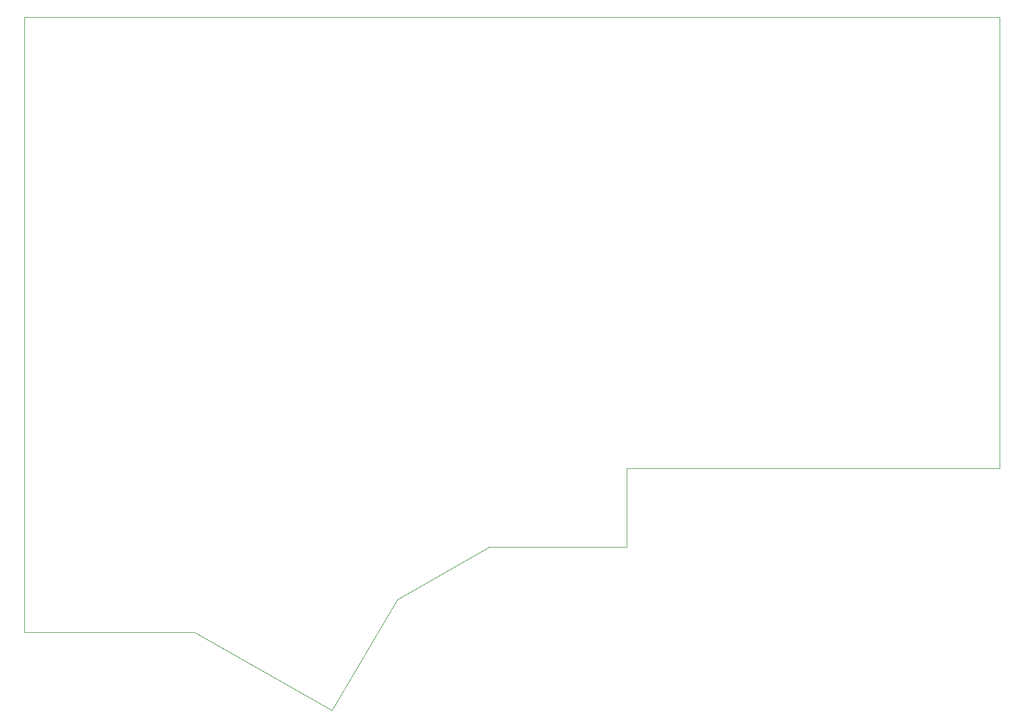
<source format=gm1>
%TF.GenerationSoftware,KiCad,Pcbnew,9.0.4*%
%TF.CreationDate,2025-11-01T07:57:15+01:00*%
%TF.ProjectId,kbv3-right,6b627633-2d72-4696-9768-742e6b696361,rev?*%
%TF.SameCoordinates,Original*%
%TF.FileFunction,Profile,NP*%
%FSLAX46Y46*%
G04 Gerber Fmt 4.6, Leading zero omitted, Abs format (unit mm)*
G04 Created by KiCad (PCBNEW 9.0.4) date 2025-11-01 07:57:15*
%MOMM*%
%LPD*%
G01*
G04 APERTURE LIST*
%TA.AperFunction,Profile*%
%ADD10C,0.038100*%
%TD*%
G04 APERTURE END LIST*
D10*
X95000000Y-149000000D02*
X85000000Y-166000000D01*
X130000000Y-141000000D02*
X109000000Y-141000000D01*
X38000000Y-60000000D02*
X187000000Y-60000000D01*
X187000000Y-60000000D02*
X187000000Y-129000000D01*
X187000000Y-129000000D02*
X130000000Y-129000000D01*
X38000000Y-154000000D02*
X38000000Y-60000000D01*
X109000000Y-141000000D02*
X95000000Y-149000000D01*
X130000000Y-129000000D02*
X130000000Y-141000000D01*
X85000000Y-166000000D02*
X64000000Y-154000000D01*
X64000000Y-154000000D02*
X38000000Y-154000000D01*
M02*

</source>
